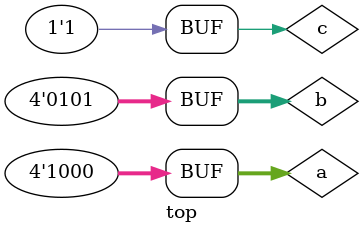
<source format=sv>
/*
:name: implicit_continuous_assignment
:description: implicit declaration in continuous assignment tests
:should_fail: 0
:tags: 6.10
*/
module top();
	wire [3:0] a = 8;
	wire [3:0] b = 5;

	assign c = | (a | b);
endmodule

</source>
